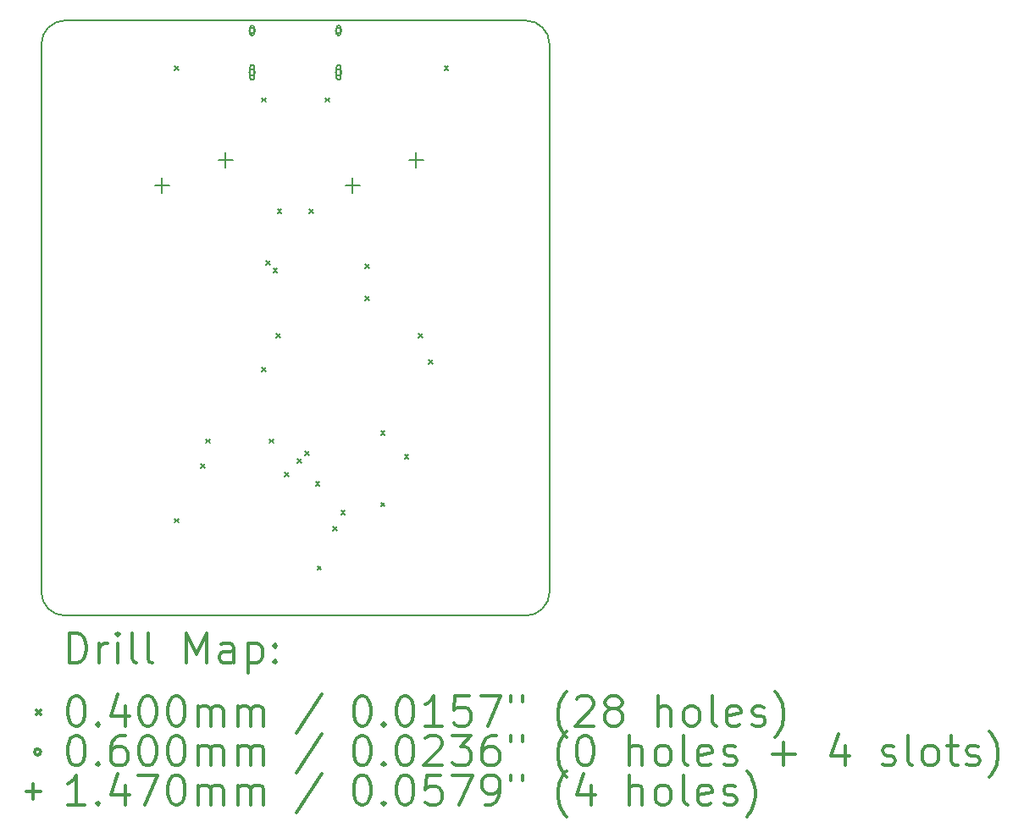
<source format=gbr>
%FSLAX45Y45*%
G04 Gerber Fmt 4.5, Leading zero omitted, Abs format (unit mm)*
G04 Created by KiCad (PCBNEW (5.1.10)-1) date 2021-06-04 13:57:18*
%MOMM*%
%LPD*%
G01*
G04 APERTURE LIST*
%TA.AperFunction,Profile*%
%ADD10C,0.150000*%
%TD*%
%ADD11C,0.200000*%
%ADD12C,0.300000*%
G04 APERTURE END LIST*
D10*
X11588750Y-9525000D02*
X11588750Y-4048125D01*
X6508750Y-4048125D02*
X6508750Y-9525000D01*
X11350625Y-9763125D02*
X6746875Y-9763125D01*
X11588750Y-9525000D02*
G75*
G02*
X11350625Y-9763125I-238125J0D01*
G01*
X6746875Y-9763125D02*
G75*
G02*
X6508750Y-9525000I0J238125D01*
G01*
X11350625Y-3810000D02*
X6746875Y-3810000D01*
X6508750Y-4048125D02*
G75*
G02*
X6746875Y-3810000I238125J0D01*
G01*
X11350625Y-3810000D02*
G75*
G02*
X11588750Y-4048125I0J-238125D01*
G01*
D11*
X7838125Y-4266250D02*
X7878125Y-4306250D01*
X7878125Y-4266250D02*
X7838125Y-4306250D01*
X7838760Y-8791260D02*
X7878760Y-8831260D01*
X7878760Y-8791260D02*
X7838760Y-8831260D01*
X8102920Y-8245160D02*
X8142920Y-8285160D01*
X8142920Y-8245160D02*
X8102920Y-8285160D01*
X8155625Y-7996875D02*
X8195625Y-8036875D01*
X8195625Y-7996875D02*
X8155625Y-8036875D01*
X8711250Y-4583750D02*
X8751250Y-4623750D01*
X8751250Y-4583750D02*
X8711250Y-4623750D01*
X8711250Y-7282500D02*
X8751250Y-7322500D01*
X8751250Y-7282500D02*
X8711250Y-7322500D01*
X8753502Y-6213502D02*
X8793502Y-6253502D01*
X8793502Y-6213502D02*
X8753502Y-6253502D01*
X8790625Y-7996875D02*
X8830625Y-8036875D01*
X8830625Y-7996875D02*
X8790625Y-8036875D01*
X8827748Y-6287748D02*
X8867748Y-6327748D01*
X8867748Y-6287748D02*
X8827748Y-6327748D01*
X8857300Y-6939600D02*
X8897300Y-6979600D01*
X8897300Y-6939600D02*
X8857300Y-6979600D01*
X8870000Y-5695000D02*
X8910000Y-5735000D01*
X8910000Y-5695000D02*
X8870000Y-5735000D01*
X8941120Y-8328980D02*
X8981120Y-8368980D01*
X8981120Y-8328980D02*
X8941120Y-8368980D01*
X9071002Y-8192748D02*
X9111002Y-8232748D01*
X9111002Y-8192748D02*
X9071002Y-8232748D01*
X9145248Y-8118502D02*
X9185248Y-8158502D01*
X9185248Y-8118502D02*
X9145248Y-8158502D01*
X9187500Y-5695000D02*
X9227500Y-5735000D01*
X9227500Y-5695000D02*
X9187500Y-5735000D01*
X9251000Y-8421690D02*
X9291000Y-8461690D01*
X9291000Y-8421690D02*
X9251000Y-8461690D01*
X9266875Y-9266875D02*
X9306875Y-9306875D01*
X9306875Y-9266875D02*
X9266875Y-9306875D01*
X9346250Y-4583750D02*
X9386250Y-4623750D01*
X9386250Y-4583750D02*
X9346250Y-4623750D01*
X9425625Y-8870000D02*
X9465625Y-8910000D01*
X9465625Y-8870000D02*
X9425625Y-8910000D01*
X9505000Y-8711250D02*
X9545000Y-8751250D01*
X9545000Y-8711250D02*
X9505000Y-8751250D01*
X9743125Y-6250625D02*
X9783125Y-6290625D01*
X9783125Y-6250625D02*
X9743125Y-6290625D01*
X9743125Y-6568125D02*
X9783125Y-6608125D01*
X9783125Y-6568125D02*
X9743125Y-6608125D01*
X9901875Y-7917500D02*
X9941875Y-7957500D01*
X9941875Y-7917500D02*
X9901875Y-7957500D01*
X9901875Y-8631875D02*
X9941875Y-8671875D01*
X9941875Y-8631875D02*
X9901875Y-8671875D01*
X10140000Y-8155625D02*
X10180000Y-8195625D01*
X10180000Y-8155625D02*
X10140000Y-8195625D01*
X10279700Y-6939600D02*
X10319700Y-6979600D01*
X10319700Y-6939600D02*
X10279700Y-6979600D01*
X10378125Y-7203125D02*
X10418125Y-7243125D01*
X10418125Y-7203125D02*
X10378125Y-7243125D01*
X10536875Y-4266250D02*
X10576875Y-4306250D01*
X10576875Y-4266250D02*
X10536875Y-4306250D01*
X8646750Y-3911250D02*
G75*
G03*
X8646750Y-3911250I-30000J0D01*
G01*
X8596750Y-3881250D02*
X8596750Y-3941250D01*
X8636750Y-3881250D02*
X8636750Y-3941250D01*
X8596750Y-3941250D02*
G75*
G03*
X8636750Y-3941250I20000J0D01*
G01*
X8636750Y-3881250D02*
G75*
G03*
X8596750Y-3881250I-20000J0D01*
G01*
X8646750Y-4329250D02*
G75*
G03*
X8646750Y-4329250I-30000J0D01*
G01*
X8596750Y-4274250D02*
X8596750Y-4384250D01*
X8636750Y-4274250D02*
X8636750Y-4384250D01*
X8596750Y-4384250D02*
G75*
G03*
X8636750Y-4384250I20000J0D01*
G01*
X8636750Y-4274250D02*
G75*
G03*
X8596750Y-4274250I-20000J0D01*
G01*
X9510750Y-3911250D02*
G75*
G03*
X9510750Y-3911250I-30000J0D01*
G01*
X9460750Y-3881250D02*
X9460750Y-3941250D01*
X9500750Y-3881250D02*
X9500750Y-3941250D01*
X9460750Y-3941250D02*
G75*
G03*
X9500750Y-3941250I20000J0D01*
G01*
X9500750Y-3881250D02*
G75*
G03*
X9460750Y-3881250I-20000J0D01*
G01*
X9510750Y-4329250D02*
G75*
G03*
X9510750Y-4329250I-30000J0D01*
G01*
X9460750Y-4274250D02*
X9460750Y-4384250D01*
X9500750Y-4274250D02*
X9500750Y-4384250D01*
X9460750Y-4384250D02*
G75*
G03*
X9500750Y-4384250I20000J0D01*
G01*
X9500750Y-4274250D02*
G75*
G03*
X9460750Y-4274250I-20000J0D01*
G01*
X7715250Y-5387500D02*
X7715250Y-5534500D01*
X7641750Y-5461000D02*
X7788750Y-5461000D01*
X8350250Y-5133500D02*
X8350250Y-5280500D01*
X8276750Y-5207000D02*
X8423750Y-5207000D01*
X9620250Y-5387500D02*
X9620250Y-5534500D01*
X9546750Y-5461000D02*
X9693750Y-5461000D01*
X10255250Y-5133500D02*
X10255250Y-5280500D01*
X10181750Y-5207000D02*
X10328750Y-5207000D01*
D12*
X6787678Y-10236339D02*
X6787678Y-9936339D01*
X6859107Y-9936339D01*
X6901964Y-9950625D01*
X6930536Y-9979197D01*
X6944821Y-10007768D01*
X6959107Y-10064911D01*
X6959107Y-10107768D01*
X6944821Y-10164911D01*
X6930536Y-10193482D01*
X6901964Y-10222054D01*
X6859107Y-10236339D01*
X6787678Y-10236339D01*
X7087678Y-10236339D02*
X7087678Y-10036339D01*
X7087678Y-10093482D02*
X7101964Y-10064911D01*
X7116250Y-10050625D01*
X7144821Y-10036339D01*
X7173393Y-10036339D01*
X7273393Y-10236339D02*
X7273393Y-10036339D01*
X7273393Y-9936339D02*
X7259107Y-9950625D01*
X7273393Y-9964911D01*
X7287678Y-9950625D01*
X7273393Y-9936339D01*
X7273393Y-9964911D01*
X7459107Y-10236339D02*
X7430536Y-10222054D01*
X7416250Y-10193482D01*
X7416250Y-9936339D01*
X7616250Y-10236339D02*
X7587678Y-10222054D01*
X7573393Y-10193482D01*
X7573393Y-9936339D01*
X7959107Y-10236339D02*
X7959107Y-9936339D01*
X8059107Y-10150625D01*
X8159107Y-9936339D01*
X8159107Y-10236339D01*
X8430536Y-10236339D02*
X8430536Y-10079197D01*
X8416250Y-10050625D01*
X8387678Y-10036339D01*
X8330536Y-10036339D01*
X8301964Y-10050625D01*
X8430536Y-10222054D02*
X8401964Y-10236339D01*
X8330536Y-10236339D01*
X8301964Y-10222054D01*
X8287678Y-10193482D01*
X8287678Y-10164911D01*
X8301964Y-10136339D01*
X8330536Y-10122054D01*
X8401964Y-10122054D01*
X8430536Y-10107768D01*
X8573393Y-10036339D02*
X8573393Y-10336339D01*
X8573393Y-10050625D02*
X8601964Y-10036339D01*
X8659107Y-10036339D01*
X8687678Y-10050625D01*
X8701964Y-10064911D01*
X8716250Y-10093482D01*
X8716250Y-10179197D01*
X8701964Y-10207768D01*
X8687678Y-10222054D01*
X8659107Y-10236339D01*
X8601964Y-10236339D01*
X8573393Y-10222054D01*
X8844821Y-10207768D02*
X8859107Y-10222054D01*
X8844821Y-10236339D01*
X8830536Y-10222054D01*
X8844821Y-10207768D01*
X8844821Y-10236339D01*
X8844821Y-10050625D02*
X8859107Y-10064911D01*
X8844821Y-10079197D01*
X8830536Y-10064911D01*
X8844821Y-10050625D01*
X8844821Y-10079197D01*
X6461250Y-10710625D02*
X6501250Y-10750625D01*
X6501250Y-10710625D02*
X6461250Y-10750625D01*
X6844821Y-10566339D02*
X6873393Y-10566339D01*
X6901964Y-10580625D01*
X6916250Y-10594911D01*
X6930536Y-10623482D01*
X6944821Y-10680625D01*
X6944821Y-10752054D01*
X6930536Y-10809197D01*
X6916250Y-10837768D01*
X6901964Y-10852054D01*
X6873393Y-10866339D01*
X6844821Y-10866339D01*
X6816250Y-10852054D01*
X6801964Y-10837768D01*
X6787678Y-10809197D01*
X6773393Y-10752054D01*
X6773393Y-10680625D01*
X6787678Y-10623482D01*
X6801964Y-10594911D01*
X6816250Y-10580625D01*
X6844821Y-10566339D01*
X7073393Y-10837768D02*
X7087678Y-10852054D01*
X7073393Y-10866339D01*
X7059107Y-10852054D01*
X7073393Y-10837768D01*
X7073393Y-10866339D01*
X7344821Y-10666339D02*
X7344821Y-10866339D01*
X7273393Y-10552054D02*
X7201964Y-10766339D01*
X7387678Y-10766339D01*
X7559107Y-10566339D02*
X7587678Y-10566339D01*
X7616250Y-10580625D01*
X7630536Y-10594911D01*
X7644821Y-10623482D01*
X7659107Y-10680625D01*
X7659107Y-10752054D01*
X7644821Y-10809197D01*
X7630536Y-10837768D01*
X7616250Y-10852054D01*
X7587678Y-10866339D01*
X7559107Y-10866339D01*
X7530536Y-10852054D01*
X7516250Y-10837768D01*
X7501964Y-10809197D01*
X7487678Y-10752054D01*
X7487678Y-10680625D01*
X7501964Y-10623482D01*
X7516250Y-10594911D01*
X7530536Y-10580625D01*
X7559107Y-10566339D01*
X7844821Y-10566339D02*
X7873393Y-10566339D01*
X7901964Y-10580625D01*
X7916250Y-10594911D01*
X7930536Y-10623482D01*
X7944821Y-10680625D01*
X7944821Y-10752054D01*
X7930536Y-10809197D01*
X7916250Y-10837768D01*
X7901964Y-10852054D01*
X7873393Y-10866339D01*
X7844821Y-10866339D01*
X7816250Y-10852054D01*
X7801964Y-10837768D01*
X7787678Y-10809197D01*
X7773393Y-10752054D01*
X7773393Y-10680625D01*
X7787678Y-10623482D01*
X7801964Y-10594911D01*
X7816250Y-10580625D01*
X7844821Y-10566339D01*
X8073393Y-10866339D02*
X8073393Y-10666339D01*
X8073393Y-10694911D02*
X8087678Y-10680625D01*
X8116250Y-10666339D01*
X8159107Y-10666339D01*
X8187678Y-10680625D01*
X8201964Y-10709197D01*
X8201964Y-10866339D01*
X8201964Y-10709197D02*
X8216250Y-10680625D01*
X8244821Y-10666339D01*
X8287678Y-10666339D01*
X8316250Y-10680625D01*
X8330536Y-10709197D01*
X8330536Y-10866339D01*
X8473393Y-10866339D02*
X8473393Y-10666339D01*
X8473393Y-10694911D02*
X8487678Y-10680625D01*
X8516250Y-10666339D01*
X8559107Y-10666339D01*
X8587678Y-10680625D01*
X8601964Y-10709197D01*
X8601964Y-10866339D01*
X8601964Y-10709197D02*
X8616250Y-10680625D01*
X8644821Y-10666339D01*
X8687678Y-10666339D01*
X8716250Y-10680625D01*
X8730536Y-10709197D01*
X8730536Y-10866339D01*
X9316250Y-10552054D02*
X9059107Y-10937768D01*
X9701964Y-10566339D02*
X9730536Y-10566339D01*
X9759107Y-10580625D01*
X9773393Y-10594911D01*
X9787678Y-10623482D01*
X9801964Y-10680625D01*
X9801964Y-10752054D01*
X9787678Y-10809197D01*
X9773393Y-10837768D01*
X9759107Y-10852054D01*
X9730536Y-10866339D01*
X9701964Y-10866339D01*
X9673393Y-10852054D01*
X9659107Y-10837768D01*
X9644821Y-10809197D01*
X9630536Y-10752054D01*
X9630536Y-10680625D01*
X9644821Y-10623482D01*
X9659107Y-10594911D01*
X9673393Y-10580625D01*
X9701964Y-10566339D01*
X9930536Y-10837768D02*
X9944821Y-10852054D01*
X9930536Y-10866339D01*
X9916250Y-10852054D01*
X9930536Y-10837768D01*
X9930536Y-10866339D01*
X10130536Y-10566339D02*
X10159107Y-10566339D01*
X10187678Y-10580625D01*
X10201964Y-10594911D01*
X10216250Y-10623482D01*
X10230536Y-10680625D01*
X10230536Y-10752054D01*
X10216250Y-10809197D01*
X10201964Y-10837768D01*
X10187678Y-10852054D01*
X10159107Y-10866339D01*
X10130536Y-10866339D01*
X10101964Y-10852054D01*
X10087678Y-10837768D01*
X10073393Y-10809197D01*
X10059107Y-10752054D01*
X10059107Y-10680625D01*
X10073393Y-10623482D01*
X10087678Y-10594911D01*
X10101964Y-10580625D01*
X10130536Y-10566339D01*
X10516250Y-10866339D02*
X10344821Y-10866339D01*
X10430536Y-10866339D02*
X10430536Y-10566339D01*
X10401964Y-10609197D01*
X10373393Y-10637768D01*
X10344821Y-10652054D01*
X10787678Y-10566339D02*
X10644821Y-10566339D01*
X10630536Y-10709197D01*
X10644821Y-10694911D01*
X10673393Y-10680625D01*
X10744821Y-10680625D01*
X10773393Y-10694911D01*
X10787678Y-10709197D01*
X10801964Y-10737768D01*
X10801964Y-10809197D01*
X10787678Y-10837768D01*
X10773393Y-10852054D01*
X10744821Y-10866339D01*
X10673393Y-10866339D01*
X10644821Y-10852054D01*
X10630536Y-10837768D01*
X10901964Y-10566339D02*
X11101964Y-10566339D01*
X10973393Y-10866339D01*
X11201964Y-10566339D02*
X11201964Y-10623482D01*
X11316250Y-10566339D02*
X11316250Y-10623482D01*
X11759107Y-10980625D02*
X11744821Y-10966339D01*
X11716250Y-10923482D01*
X11701964Y-10894911D01*
X11687678Y-10852054D01*
X11673393Y-10780625D01*
X11673393Y-10723482D01*
X11687678Y-10652054D01*
X11701964Y-10609197D01*
X11716250Y-10580625D01*
X11744821Y-10537768D01*
X11759107Y-10523482D01*
X11859107Y-10594911D02*
X11873393Y-10580625D01*
X11901964Y-10566339D01*
X11973393Y-10566339D01*
X12001964Y-10580625D01*
X12016250Y-10594911D01*
X12030536Y-10623482D01*
X12030536Y-10652054D01*
X12016250Y-10694911D01*
X11844821Y-10866339D01*
X12030536Y-10866339D01*
X12201964Y-10694911D02*
X12173393Y-10680625D01*
X12159107Y-10666339D01*
X12144821Y-10637768D01*
X12144821Y-10623482D01*
X12159107Y-10594911D01*
X12173393Y-10580625D01*
X12201964Y-10566339D01*
X12259107Y-10566339D01*
X12287678Y-10580625D01*
X12301964Y-10594911D01*
X12316250Y-10623482D01*
X12316250Y-10637768D01*
X12301964Y-10666339D01*
X12287678Y-10680625D01*
X12259107Y-10694911D01*
X12201964Y-10694911D01*
X12173393Y-10709197D01*
X12159107Y-10723482D01*
X12144821Y-10752054D01*
X12144821Y-10809197D01*
X12159107Y-10837768D01*
X12173393Y-10852054D01*
X12201964Y-10866339D01*
X12259107Y-10866339D01*
X12287678Y-10852054D01*
X12301964Y-10837768D01*
X12316250Y-10809197D01*
X12316250Y-10752054D01*
X12301964Y-10723482D01*
X12287678Y-10709197D01*
X12259107Y-10694911D01*
X12673393Y-10866339D02*
X12673393Y-10566339D01*
X12801964Y-10866339D02*
X12801964Y-10709197D01*
X12787678Y-10680625D01*
X12759107Y-10666339D01*
X12716250Y-10666339D01*
X12687678Y-10680625D01*
X12673393Y-10694911D01*
X12987678Y-10866339D02*
X12959107Y-10852054D01*
X12944821Y-10837768D01*
X12930536Y-10809197D01*
X12930536Y-10723482D01*
X12944821Y-10694911D01*
X12959107Y-10680625D01*
X12987678Y-10666339D01*
X13030536Y-10666339D01*
X13059107Y-10680625D01*
X13073393Y-10694911D01*
X13087678Y-10723482D01*
X13087678Y-10809197D01*
X13073393Y-10837768D01*
X13059107Y-10852054D01*
X13030536Y-10866339D01*
X12987678Y-10866339D01*
X13259107Y-10866339D02*
X13230536Y-10852054D01*
X13216250Y-10823482D01*
X13216250Y-10566339D01*
X13487678Y-10852054D02*
X13459107Y-10866339D01*
X13401964Y-10866339D01*
X13373393Y-10852054D01*
X13359107Y-10823482D01*
X13359107Y-10709197D01*
X13373393Y-10680625D01*
X13401964Y-10666339D01*
X13459107Y-10666339D01*
X13487678Y-10680625D01*
X13501964Y-10709197D01*
X13501964Y-10737768D01*
X13359107Y-10766339D01*
X13616250Y-10852054D02*
X13644821Y-10866339D01*
X13701964Y-10866339D01*
X13730536Y-10852054D01*
X13744821Y-10823482D01*
X13744821Y-10809197D01*
X13730536Y-10780625D01*
X13701964Y-10766339D01*
X13659107Y-10766339D01*
X13630536Y-10752054D01*
X13616250Y-10723482D01*
X13616250Y-10709197D01*
X13630536Y-10680625D01*
X13659107Y-10666339D01*
X13701964Y-10666339D01*
X13730536Y-10680625D01*
X13844821Y-10980625D02*
X13859107Y-10966339D01*
X13887678Y-10923482D01*
X13901964Y-10894911D01*
X13916250Y-10852054D01*
X13930536Y-10780625D01*
X13930536Y-10723482D01*
X13916250Y-10652054D01*
X13901964Y-10609197D01*
X13887678Y-10580625D01*
X13859107Y-10537768D01*
X13844821Y-10523482D01*
X6501250Y-11126625D02*
G75*
G03*
X6501250Y-11126625I-30000J0D01*
G01*
X6844821Y-10962339D02*
X6873393Y-10962339D01*
X6901964Y-10976625D01*
X6916250Y-10990911D01*
X6930536Y-11019482D01*
X6944821Y-11076625D01*
X6944821Y-11148054D01*
X6930536Y-11205196D01*
X6916250Y-11233768D01*
X6901964Y-11248054D01*
X6873393Y-11262339D01*
X6844821Y-11262339D01*
X6816250Y-11248054D01*
X6801964Y-11233768D01*
X6787678Y-11205196D01*
X6773393Y-11148054D01*
X6773393Y-11076625D01*
X6787678Y-11019482D01*
X6801964Y-10990911D01*
X6816250Y-10976625D01*
X6844821Y-10962339D01*
X7073393Y-11233768D02*
X7087678Y-11248054D01*
X7073393Y-11262339D01*
X7059107Y-11248054D01*
X7073393Y-11233768D01*
X7073393Y-11262339D01*
X7344821Y-10962339D02*
X7287678Y-10962339D01*
X7259107Y-10976625D01*
X7244821Y-10990911D01*
X7216250Y-11033768D01*
X7201964Y-11090911D01*
X7201964Y-11205196D01*
X7216250Y-11233768D01*
X7230536Y-11248054D01*
X7259107Y-11262339D01*
X7316250Y-11262339D01*
X7344821Y-11248054D01*
X7359107Y-11233768D01*
X7373393Y-11205196D01*
X7373393Y-11133768D01*
X7359107Y-11105197D01*
X7344821Y-11090911D01*
X7316250Y-11076625D01*
X7259107Y-11076625D01*
X7230536Y-11090911D01*
X7216250Y-11105197D01*
X7201964Y-11133768D01*
X7559107Y-10962339D02*
X7587678Y-10962339D01*
X7616250Y-10976625D01*
X7630536Y-10990911D01*
X7644821Y-11019482D01*
X7659107Y-11076625D01*
X7659107Y-11148054D01*
X7644821Y-11205196D01*
X7630536Y-11233768D01*
X7616250Y-11248054D01*
X7587678Y-11262339D01*
X7559107Y-11262339D01*
X7530536Y-11248054D01*
X7516250Y-11233768D01*
X7501964Y-11205196D01*
X7487678Y-11148054D01*
X7487678Y-11076625D01*
X7501964Y-11019482D01*
X7516250Y-10990911D01*
X7530536Y-10976625D01*
X7559107Y-10962339D01*
X7844821Y-10962339D02*
X7873393Y-10962339D01*
X7901964Y-10976625D01*
X7916250Y-10990911D01*
X7930536Y-11019482D01*
X7944821Y-11076625D01*
X7944821Y-11148054D01*
X7930536Y-11205196D01*
X7916250Y-11233768D01*
X7901964Y-11248054D01*
X7873393Y-11262339D01*
X7844821Y-11262339D01*
X7816250Y-11248054D01*
X7801964Y-11233768D01*
X7787678Y-11205196D01*
X7773393Y-11148054D01*
X7773393Y-11076625D01*
X7787678Y-11019482D01*
X7801964Y-10990911D01*
X7816250Y-10976625D01*
X7844821Y-10962339D01*
X8073393Y-11262339D02*
X8073393Y-11062339D01*
X8073393Y-11090911D02*
X8087678Y-11076625D01*
X8116250Y-11062339D01*
X8159107Y-11062339D01*
X8187678Y-11076625D01*
X8201964Y-11105197D01*
X8201964Y-11262339D01*
X8201964Y-11105197D02*
X8216250Y-11076625D01*
X8244821Y-11062339D01*
X8287678Y-11062339D01*
X8316250Y-11076625D01*
X8330536Y-11105197D01*
X8330536Y-11262339D01*
X8473393Y-11262339D02*
X8473393Y-11062339D01*
X8473393Y-11090911D02*
X8487678Y-11076625D01*
X8516250Y-11062339D01*
X8559107Y-11062339D01*
X8587678Y-11076625D01*
X8601964Y-11105197D01*
X8601964Y-11262339D01*
X8601964Y-11105197D02*
X8616250Y-11076625D01*
X8644821Y-11062339D01*
X8687678Y-11062339D01*
X8716250Y-11076625D01*
X8730536Y-11105197D01*
X8730536Y-11262339D01*
X9316250Y-10948054D02*
X9059107Y-11333768D01*
X9701964Y-10962339D02*
X9730536Y-10962339D01*
X9759107Y-10976625D01*
X9773393Y-10990911D01*
X9787678Y-11019482D01*
X9801964Y-11076625D01*
X9801964Y-11148054D01*
X9787678Y-11205196D01*
X9773393Y-11233768D01*
X9759107Y-11248054D01*
X9730536Y-11262339D01*
X9701964Y-11262339D01*
X9673393Y-11248054D01*
X9659107Y-11233768D01*
X9644821Y-11205196D01*
X9630536Y-11148054D01*
X9630536Y-11076625D01*
X9644821Y-11019482D01*
X9659107Y-10990911D01*
X9673393Y-10976625D01*
X9701964Y-10962339D01*
X9930536Y-11233768D02*
X9944821Y-11248054D01*
X9930536Y-11262339D01*
X9916250Y-11248054D01*
X9930536Y-11233768D01*
X9930536Y-11262339D01*
X10130536Y-10962339D02*
X10159107Y-10962339D01*
X10187678Y-10976625D01*
X10201964Y-10990911D01*
X10216250Y-11019482D01*
X10230536Y-11076625D01*
X10230536Y-11148054D01*
X10216250Y-11205196D01*
X10201964Y-11233768D01*
X10187678Y-11248054D01*
X10159107Y-11262339D01*
X10130536Y-11262339D01*
X10101964Y-11248054D01*
X10087678Y-11233768D01*
X10073393Y-11205196D01*
X10059107Y-11148054D01*
X10059107Y-11076625D01*
X10073393Y-11019482D01*
X10087678Y-10990911D01*
X10101964Y-10976625D01*
X10130536Y-10962339D01*
X10344821Y-10990911D02*
X10359107Y-10976625D01*
X10387678Y-10962339D01*
X10459107Y-10962339D01*
X10487678Y-10976625D01*
X10501964Y-10990911D01*
X10516250Y-11019482D01*
X10516250Y-11048054D01*
X10501964Y-11090911D01*
X10330536Y-11262339D01*
X10516250Y-11262339D01*
X10616250Y-10962339D02*
X10801964Y-10962339D01*
X10701964Y-11076625D01*
X10744821Y-11076625D01*
X10773393Y-11090911D01*
X10787678Y-11105197D01*
X10801964Y-11133768D01*
X10801964Y-11205196D01*
X10787678Y-11233768D01*
X10773393Y-11248054D01*
X10744821Y-11262339D01*
X10659107Y-11262339D01*
X10630536Y-11248054D01*
X10616250Y-11233768D01*
X11059107Y-10962339D02*
X11001964Y-10962339D01*
X10973393Y-10976625D01*
X10959107Y-10990911D01*
X10930536Y-11033768D01*
X10916250Y-11090911D01*
X10916250Y-11205196D01*
X10930536Y-11233768D01*
X10944821Y-11248054D01*
X10973393Y-11262339D01*
X11030536Y-11262339D01*
X11059107Y-11248054D01*
X11073393Y-11233768D01*
X11087678Y-11205196D01*
X11087678Y-11133768D01*
X11073393Y-11105197D01*
X11059107Y-11090911D01*
X11030536Y-11076625D01*
X10973393Y-11076625D01*
X10944821Y-11090911D01*
X10930536Y-11105197D01*
X10916250Y-11133768D01*
X11201964Y-10962339D02*
X11201964Y-11019482D01*
X11316250Y-10962339D02*
X11316250Y-11019482D01*
X11759107Y-11376625D02*
X11744821Y-11362339D01*
X11716250Y-11319482D01*
X11701964Y-11290911D01*
X11687678Y-11248054D01*
X11673393Y-11176625D01*
X11673393Y-11119482D01*
X11687678Y-11048054D01*
X11701964Y-11005197D01*
X11716250Y-10976625D01*
X11744821Y-10933768D01*
X11759107Y-10919482D01*
X11930536Y-10962339D02*
X11959107Y-10962339D01*
X11987678Y-10976625D01*
X12001964Y-10990911D01*
X12016250Y-11019482D01*
X12030536Y-11076625D01*
X12030536Y-11148054D01*
X12016250Y-11205196D01*
X12001964Y-11233768D01*
X11987678Y-11248054D01*
X11959107Y-11262339D01*
X11930536Y-11262339D01*
X11901964Y-11248054D01*
X11887678Y-11233768D01*
X11873393Y-11205196D01*
X11859107Y-11148054D01*
X11859107Y-11076625D01*
X11873393Y-11019482D01*
X11887678Y-10990911D01*
X11901964Y-10976625D01*
X11930536Y-10962339D01*
X12387678Y-11262339D02*
X12387678Y-10962339D01*
X12516250Y-11262339D02*
X12516250Y-11105197D01*
X12501964Y-11076625D01*
X12473393Y-11062339D01*
X12430536Y-11062339D01*
X12401964Y-11076625D01*
X12387678Y-11090911D01*
X12701964Y-11262339D02*
X12673393Y-11248054D01*
X12659107Y-11233768D01*
X12644821Y-11205196D01*
X12644821Y-11119482D01*
X12659107Y-11090911D01*
X12673393Y-11076625D01*
X12701964Y-11062339D01*
X12744821Y-11062339D01*
X12773393Y-11076625D01*
X12787678Y-11090911D01*
X12801964Y-11119482D01*
X12801964Y-11205196D01*
X12787678Y-11233768D01*
X12773393Y-11248054D01*
X12744821Y-11262339D01*
X12701964Y-11262339D01*
X12973393Y-11262339D02*
X12944821Y-11248054D01*
X12930536Y-11219482D01*
X12930536Y-10962339D01*
X13201964Y-11248054D02*
X13173393Y-11262339D01*
X13116250Y-11262339D01*
X13087678Y-11248054D01*
X13073393Y-11219482D01*
X13073393Y-11105197D01*
X13087678Y-11076625D01*
X13116250Y-11062339D01*
X13173393Y-11062339D01*
X13201964Y-11076625D01*
X13216250Y-11105197D01*
X13216250Y-11133768D01*
X13073393Y-11162339D01*
X13330536Y-11248054D02*
X13359107Y-11262339D01*
X13416250Y-11262339D01*
X13444821Y-11248054D01*
X13459107Y-11219482D01*
X13459107Y-11205196D01*
X13444821Y-11176625D01*
X13416250Y-11162339D01*
X13373393Y-11162339D01*
X13344821Y-11148054D01*
X13330536Y-11119482D01*
X13330536Y-11105197D01*
X13344821Y-11076625D01*
X13373393Y-11062339D01*
X13416250Y-11062339D01*
X13444821Y-11076625D01*
X13816250Y-11148054D02*
X14044821Y-11148054D01*
X13930536Y-11262339D02*
X13930536Y-11033768D01*
X14544821Y-11062339D02*
X14544821Y-11262339D01*
X14473393Y-10948054D02*
X14401964Y-11162339D01*
X14587678Y-11162339D01*
X14916250Y-11248054D02*
X14944821Y-11262339D01*
X15001964Y-11262339D01*
X15030536Y-11248054D01*
X15044821Y-11219482D01*
X15044821Y-11205196D01*
X15030536Y-11176625D01*
X15001964Y-11162339D01*
X14959107Y-11162339D01*
X14930536Y-11148054D01*
X14916250Y-11119482D01*
X14916250Y-11105197D01*
X14930536Y-11076625D01*
X14959107Y-11062339D01*
X15001964Y-11062339D01*
X15030536Y-11076625D01*
X15216250Y-11262339D02*
X15187678Y-11248054D01*
X15173393Y-11219482D01*
X15173393Y-10962339D01*
X15373393Y-11262339D02*
X15344821Y-11248054D01*
X15330536Y-11233768D01*
X15316250Y-11205196D01*
X15316250Y-11119482D01*
X15330536Y-11090911D01*
X15344821Y-11076625D01*
X15373393Y-11062339D01*
X15416250Y-11062339D01*
X15444821Y-11076625D01*
X15459107Y-11090911D01*
X15473393Y-11119482D01*
X15473393Y-11205196D01*
X15459107Y-11233768D01*
X15444821Y-11248054D01*
X15416250Y-11262339D01*
X15373393Y-11262339D01*
X15559107Y-11062339D02*
X15673393Y-11062339D01*
X15601964Y-10962339D02*
X15601964Y-11219482D01*
X15616250Y-11248054D01*
X15644821Y-11262339D01*
X15673393Y-11262339D01*
X15759107Y-11248054D02*
X15787678Y-11262339D01*
X15844821Y-11262339D01*
X15873393Y-11248054D01*
X15887678Y-11219482D01*
X15887678Y-11205196D01*
X15873393Y-11176625D01*
X15844821Y-11162339D01*
X15801964Y-11162339D01*
X15773393Y-11148054D01*
X15759107Y-11119482D01*
X15759107Y-11105197D01*
X15773393Y-11076625D01*
X15801964Y-11062339D01*
X15844821Y-11062339D01*
X15873393Y-11076625D01*
X15987678Y-11376625D02*
X16001964Y-11362339D01*
X16030536Y-11319482D01*
X16044821Y-11290911D01*
X16059107Y-11248054D01*
X16073393Y-11176625D01*
X16073393Y-11119482D01*
X16059107Y-11048054D01*
X16044821Y-11005197D01*
X16030536Y-10976625D01*
X16001964Y-10933768D01*
X15987678Y-10919482D01*
X6427750Y-11449125D02*
X6427750Y-11596125D01*
X6354250Y-11522625D02*
X6501250Y-11522625D01*
X6944821Y-11658339D02*
X6773393Y-11658339D01*
X6859107Y-11658339D02*
X6859107Y-11358339D01*
X6830536Y-11401196D01*
X6801964Y-11429768D01*
X6773393Y-11444054D01*
X7073393Y-11629768D02*
X7087678Y-11644054D01*
X7073393Y-11658339D01*
X7059107Y-11644054D01*
X7073393Y-11629768D01*
X7073393Y-11658339D01*
X7344821Y-11458339D02*
X7344821Y-11658339D01*
X7273393Y-11344054D02*
X7201964Y-11558339D01*
X7387678Y-11558339D01*
X7473393Y-11358339D02*
X7673393Y-11358339D01*
X7544821Y-11658339D01*
X7844821Y-11358339D02*
X7873393Y-11358339D01*
X7901964Y-11372625D01*
X7916250Y-11386911D01*
X7930536Y-11415482D01*
X7944821Y-11472625D01*
X7944821Y-11544054D01*
X7930536Y-11601196D01*
X7916250Y-11629768D01*
X7901964Y-11644054D01*
X7873393Y-11658339D01*
X7844821Y-11658339D01*
X7816250Y-11644054D01*
X7801964Y-11629768D01*
X7787678Y-11601196D01*
X7773393Y-11544054D01*
X7773393Y-11472625D01*
X7787678Y-11415482D01*
X7801964Y-11386911D01*
X7816250Y-11372625D01*
X7844821Y-11358339D01*
X8073393Y-11658339D02*
X8073393Y-11458339D01*
X8073393Y-11486911D02*
X8087678Y-11472625D01*
X8116250Y-11458339D01*
X8159107Y-11458339D01*
X8187678Y-11472625D01*
X8201964Y-11501196D01*
X8201964Y-11658339D01*
X8201964Y-11501196D02*
X8216250Y-11472625D01*
X8244821Y-11458339D01*
X8287678Y-11458339D01*
X8316250Y-11472625D01*
X8330536Y-11501196D01*
X8330536Y-11658339D01*
X8473393Y-11658339D02*
X8473393Y-11458339D01*
X8473393Y-11486911D02*
X8487678Y-11472625D01*
X8516250Y-11458339D01*
X8559107Y-11458339D01*
X8587678Y-11472625D01*
X8601964Y-11501196D01*
X8601964Y-11658339D01*
X8601964Y-11501196D02*
X8616250Y-11472625D01*
X8644821Y-11458339D01*
X8687678Y-11458339D01*
X8716250Y-11472625D01*
X8730536Y-11501196D01*
X8730536Y-11658339D01*
X9316250Y-11344054D02*
X9059107Y-11729768D01*
X9701964Y-11358339D02*
X9730536Y-11358339D01*
X9759107Y-11372625D01*
X9773393Y-11386911D01*
X9787678Y-11415482D01*
X9801964Y-11472625D01*
X9801964Y-11544054D01*
X9787678Y-11601196D01*
X9773393Y-11629768D01*
X9759107Y-11644054D01*
X9730536Y-11658339D01*
X9701964Y-11658339D01*
X9673393Y-11644054D01*
X9659107Y-11629768D01*
X9644821Y-11601196D01*
X9630536Y-11544054D01*
X9630536Y-11472625D01*
X9644821Y-11415482D01*
X9659107Y-11386911D01*
X9673393Y-11372625D01*
X9701964Y-11358339D01*
X9930536Y-11629768D02*
X9944821Y-11644054D01*
X9930536Y-11658339D01*
X9916250Y-11644054D01*
X9930536Y-11629768D01*
X9930536Y-11658339D01*
X10130536Y-11358339D02*
X10159107Y-11358339D01*
X10187678Y-11372625D01*
X10201964Y-11386911D01*
X10216250Y-11415482D01*
X10230536Y-11472625D01*
X10230536Y-11544054D01*
X10216250Y-11601196D01*
X10201964Y-11629768D01*
X10187678Y-11644054D01*
X10159107Y-11658339D01*
X10130536Y-11658339D01*
X10101964Y-11644054D01*
X10087678Y-11629768D01*
X10073393Y-11601196D01*
X10059107Y-11544054D01*
X10059107Y-11472625D01*
X10073393Y-11415482D01*
X10087678Y-11386911D01*
X10101964Y-11372625D01*
X10130536Y-11358339D01*
X10501964Y-11358339D02*
X10359107Y-11358339D01*
X10344821Y-11501196D01*
X10359107Y-11486911D01*
X10387678Y-11472625D01*
X10459107Y-11472625D01*
X10487678Y-11486911D01*
X10501964Y-11501196D01*
X10516250Y-11529768D01*
X10516250Y-11601196D01*
X10501964Y-11629768D01*
X10487678Y-11644054D01*
X10459107Y-11658339D01*
X10387678Y-11658339D01*
X10359107Y-11644054D01*
X10344821Y-11629768D01*
X10616250Y-11358339D02*
X10816250Y-11358339D01*
X10687678Y-11658339D01*
X10944821Y-11658339D02*
X11001964Y-11658339D01*
X11030536Y-11644054D01*
X11044821Y-11629768D01*
X11073393Y-11586911D01*
X11087678Y-11529768D01*
X11087678Y-11415482D01*
X11073393Y-11386911D01*
X11059107Y-11372625D01*
X11030536Y-11358339D01*
X10973393Y-11358339D01*
X10944821Y-11372625D01*
X10930536Y-11386911D01*
X10916250Y-11415482D01*
X10916250Y-11486911D01*
X10930536Y-11515482D01*
X10944821Y-11529768D01*
X10973393Y-11544054D01*
X11030536Y-11544054D01*
X11059107Y-11529768D01*
X11073393Y-11515482D01*
X11087678Y-11486911D01*
X11201964Y-11358339D02*
X11201964Y-11415482D01*
X11316250Y-11358339D02*
X11316250Y-11415482D01*
X11759107Y-11772625D02*
X11744821Y-11758339D01*
X11716250Y-11715482D01*
X11701964Y-11686911D01*
X11687678Y-11644054D01*
X11673393Y-11572625D01*
X11673393Y-11515482D01*
X11687678Y-11444054D01*
X11701964Y-11401196D01*
X11716250Y-11372625D01*
X11744821Y-11329768D01*
X11759107Y-11315482D01*
X12001964Y-11458339D02*
X12001964Y-11658339D01*
X11930536Y-11344054D02*
X11859107Y-11558339D01*
X12044821Y-11558339D01*
X12387678Y-11658339D02*
X12387678Y-11358339D01*
X12516250Y-11658339D02*
X12516250Y-11501196D01*
X12501964Y-11472625D01*
X12473393Y-11458339D01*
X12430536Y-11458339D01*
X12401964Y-11472625D01*
X12387678Y-11486911D01*
X12701964Y-11658339D02*
X12673393Y-11644054D01*
X12659107Y-11629768D01*
X12644821Y-11601196D01*
X12644821Y-11515482D01*
X12659107Y-11486911D01*
X12673393Y-11472625D01*
X12701964Y-11458339D01*
X12744821Y-11458339D01*
X12773393Y-11472625D01*
X12787678Y-11486911D01*
X12801964Y-11515482D01*
X12801964Y-11601196D01*
X12787678Y-11629768D01*
X12773393Y-11644054D01*
X12744821Y-11658339D01*
X12701964Y-11658339D01*
X12973393Y-11658339D02*
X12944821Y-11644054D01*
X12930536Y-11615482D01*
X12930536Y-11358339D01*
X13201964Y-11644054D02*
X13173393Y-11658339D01*
X13116250Y-11658339D01*
X13087678Y-11644054D01*
X13073393Y-11615482D01*
X13073393Y-11501196D01*
X13087678Y-11472625D01*
X13116250Y-11458339D01*
X13173393Y-11458339D01*
X13201964Y-11472625D01*
X13216250Y-11501196D01*
X13216250Y-11529768D01*
X13073393Y-11558339D01*
X13330536Y-11644054D02*
X13359107Y-11658339D01*
X13416250Y-11658339D01*
X13444821Y-11644054D01*
X13459107Y-11615482D01*
X13459107Y-11601196D01*
X13444821Y-11572625D01*
X13416250Y-11558339D01*
X13373393Y-11558339D01*
X13344821Y-11544054D01*
X13330536Y-11515482D01*
X13330536Y-11501196D01*
X13344821Y-11472625D01*
X13373393Y-11458339D01*
X13416250Y-11458339D01*
X13444821Y-11472625D01*
X13559107Y-11772625D02*
X13573393Y-11758339D01*
X13601964Y-11715482D01*
X13616250Y-11686911D01*
X13630536Y-11644054D01*
X13644821Y-11572625D01*
X13644821Y-11515482D01*
X13630536Y-11444054D01*
X13616250Y-11401196D01*
X13601964Y-11372625D01*
X13573393Y-11329768D01*
X13559107Y-11315482D01*
M02*

</source>
